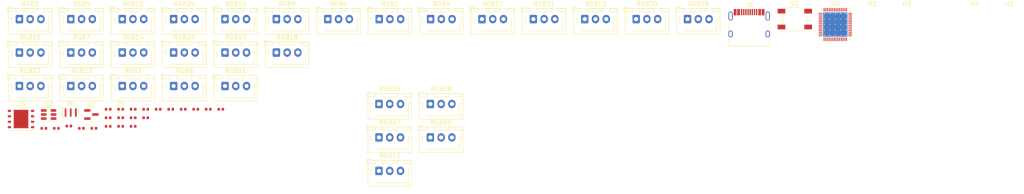
<source format=kicad_pcb>
(kicad_pcb (version 20211014) (generator pcbnew)
  (layers (0 "F.Cu" signal) (31 "B.Cu" signal) (34 "B.Paste" user) (35 "F.Paste" user) (36 "B.SilkS" user "B.Silkscreen") (37 "F.SilkS" user "F.Silkscreen") (38 "B.Mask" user) (39 "F.Mask" user) (44 "Edge.Cuts" user))
  (net 0 "")
  (net 1 "+3V3")
  (net 2 "GND")
  (net 3 "+1V1")
  (net 4 "VBUS")
  (net 5 "vUSB")
  (net 6 "Net-(J0-PadA5)")
  (net 7 "D+")
  (net 8 "D-")
  (net 10 "Net-(J0-PadB5)")
  (net 12 "DB-")
  (net 13 "DR-")
  (net 14 "DB+")
  (net 15 "DR+")
  (net 16 "CS")
  (net 17 "0")
  (net 18 "1")
  (net 19 "2")
  (net 20 "3")
  (net 21 "4")
  (net 22 "5")
  (net 23 "6")
  (net 24 "7")
  (net 25 "8")
  (net 26 "9")
  (net 27 "10")
  (net 28 "11")
  (net 29 "12")
  (net 30 "13")
  (net 31 "14")
  (net 32 "15")
  (net 33 "16")
  (net 34 "17")
  (net 35 "18")
  (net 36 "19")
  (net 37 "20")
  (net 38 "21")
  (net 39 "22")
  (net 40 "23")
  (net 41 "24")
  (net 42 "25")
  (net 43 "26{slash}A0")
  (net 44 "27{slash}A1")
  (net 45 "28{slash}A2")
  (net 46 "29{slash}A3")
  (net 47 "~{RESET}")
  (net 48 "XOUT")
  (net 49 "Net-(RX1-Pad2)")
  (net 50 "XIN")
  (net 53 "SD3")
  (net 54 "CLOCK")
  (net 55 "SD0")
  (net 56 "SD2")
  (net 57 "SD1")
  (footprint "EDI:Passive_0402_1005Metric" (layer "F.Cu") (at 17.87125 156.82)
    (fp_text reference "C5" hide)
    (fp_text value "100nF")
    (pad "1" smd roundrect (at -0.485 0) (size 0.59 0.64) (layers "F.Cu" "F.Paste" "F.Mask") (net 1 "+3V3"))
    (pad "2" smd roundrect (at 0.485 0) (size 0.59 0.64) (layers "F.Cu" "F.Paste" "F.Mask") (net 2 "GND"))
  )
  (footprint "Connector_JST:JST_XH_B3B-XH-AM_1x03_P2.50mm_Vertical" (layer "F.Cu") (at 92.79375 153.6)
    (fp_text reference "RGB28" (at 2.5 -3.55) (layer "F.SilkS"))
    (fp_text value "RGB")
    (pad "" np_thru_hole circle (at -1.6 2) (size 1.2 1.2) (drill 1.2) (layers *.Cu *.Mask))
    (pad "1" thru_hole roundrect (at 0 0) (size 1.7 1.95) (drill 0.95) (layers *.Cu *.Mask) (roundrect_rratio 0.147059) (net 4 "VBUS"))
    (pad "2" thru_hole oval (at 2.5 0) (size 1.7 1.95) (drill 0.95) (layers *.Cu *.Mask) (net 44 "27{slash}A1"))
    (pad "3" thru_hole oval (at 5 0) (size 1.7 1.95) (drill 0.95) (layers *.Cu *.Mask) (net 2 "GND"))
  )
  (footprint "EDI:Passive_0402_1005Metric" (layer "F.Cu") (at 17.87125 154.83)
    (fp_text reference "C7" hide)
    (fp_text value "100nF")
    (pad "1" smd roundrect (at -0.485 0) (size 0.59 0.64) (layers "F.Cu" "F.Paste" "F.Mask") (net 1 "+3V3"))
    (pad "2" smd roundrect (at 0.485 0) (size 0.59 0.64) (layers "F.Cu" "F.Paste" "F.Mask") (net 2 "GND"))
  )
  (footprint "EDI:Passive_0402_1005Metric" (layer "F.Cu") (at 23.69125 156.82)
    (fp_text reference "C4" hide)
    (fp_text value "100nF")
    (pad "1" smd roundrect (at -0.485 0) (size 0.59 0.64) (layers "F.Cu" "F.Paste" "F.Mask") (net 1 "+3V3"))
    (pad "2" smd roundrect (at 0.485 0) (size 0.59 0.64) (layers "F.Cu" "F.Paste" "F.Mask") (net 2 "GND"))
  )
  (footprint "EDI:Passive_0402_1005Metric" (layer "F.Cu") (at 29.51125 154.83)
    (fp_text reference "C9" hide)
    (fp_text value "100nF")
    (pad "1" smd roundrect (at -0.485 0) (size 0.59 0.64) (layers "F.Cu" "F.Paste" "F.Mask") (net 3 "+1V1"))
    (pad "2" smd roundrect (at 0.485 0) (size 0.59 0.64) (layers "F.Cu" "F.Paste" "F.Mask") (net 2 "GND"))
  )
  (footprint "EDI:Passive_0402_1005Metric" (layer "F.Cu") (at 44.06125 154.83)
    (fp_text reference "CF1" hide)
    (fp_text value "100nF")
    (pad "1" smd roundrect (at -0.485 0) (size 0.59 0.64) (layers "F.Cu" "F.Paste" "F.Mask") (net 1 "+3V3"))
    (pad "2" smd roundrect (at 0.485 0) (size 0.59 0.64) (layers "F.Cu" "F.Paste" "F.Mask") (net 2 "GND"))
  )
  (footprint "Connector_JST:JST_XH_B3B-XH-AM_1x03_P2.50mm_Vertical" (layer "F.Cu") (at 21.14125 133.81)
    (fp_text reference "RGB15" (at 2.5 -3.55) (layer "F.SilkS"))
    (fp_text value "RGB")
    (pad "" np_thru_hole circle (at -1.6 2) (size 1.2 1.2) (drill 1.2) (layers *.Cu *.Mask))
    (pad "1" thru_hole roundrect (at 0 0) (size 1.7 1.95) (drill 0.95) (layers *.Cu *.Mask) (roundrect_rratio 0.147059) (net 4 "VBUS"))
    (pad "2" thru_hole oval (at 2.5 0) (size 1.7 1.95) (drill 0.95) (layers *.Cu *.Mask) (net 31 "14"))
    (pad "3" thru_hole oval (at 5 0) (size 1.7 1.95) (drill 0.95) (layers *.Cu *.Mask) (net 2 "GND"))
  )
  (footprint "EDI:Passive_0402_1005Metric" (layer "F.Cu") (at 17.87125 158.81)
    (fp_text reference "C10" hide)
    (fp_text value "100nF")
    (pad "1" smd roundrect (at -0.485 0) (size 0.59 0.64) (layers "F.Cu" "F.Paste" "F.Mask") (net 3 "+1V1"))
    (pad "2" smd roundrect (at 0.485 0) (size 0.59 0.64) (layers "F.Cu" "F.Paste" "F.Mask") (net 2 "GND"))
  )
  (footprint "Connector_JST:JST_XH_B3B-XH-AM_1x03_P2.50mm_Vertical" (layer "F.Cu") (at 92.79375 161.4)
    (fp_text reference "RGB20" (at 2.5 -3.55) (layer "F.SilkS"))
    (fp_text value "RGB")
    (pad "" np_thru_hole circle (at -1.6 2) (size 1.2 1.2) (drill 1.2) (layers *.Cu *.Mask))
    (pad "1" thru_hole roundrect (at 0 0) (size 1.7 1.95) (drill 0.95) (layers *.Cu *.Mask) (roundrect_rratio 0.147059) (net 4 "VBUS"))
    (pad "2" thru_hole oval (at 2.5 0) (size 1.7 1.95) (drill 0.95) (layers *.Cu *.Mask) (net 36 "19"))
    (pad "3" thru_hole oval (at 5 0) (size 1.7 1.95) (drill 0.95) (layers *.Cu *.Mask) (net 2 "GND"))
  )
  (footprint "Connector_JST:JST_XH_B3B-XH-AM_1x03_P2.50mm_Vertical" (layer "F.Cu") (at -2.75875 133.81)
    (fp_text reference "RGB3" (at 2.5 -3.55) (layer "F.SilkS"))
    (fp_text value "RGB")
    (pad "" np_thru_hole circle (at -1.6 2) (size 1.2 1.2) (drill 1.2) (layers *.Cu *.Mask))
    (pad "1" thru_hole roundrect (at 0 0) (size 1.7 1.95) (drill 0.95) (layers *.Cu *.Mask) (roundrect_rratio 0.147059) (net 4 "VBUS"))
    (pad "2" thru_hole oval (at 2.5 0) (size 1.7 1.95) (drill 0.95) (layers *.Cu *.Mask) (net 19 "2"))
    (pad "3" thru_hole oval (at 5 0) (size 1.7 1.95) (drill 0.95) (layers *.Cu *.Mask) (net 2 "GND"))
  )
  (footprint "EDI:Passive_0402_1005Metric" (layer "F.Cu") (at 20.78125 158.81)
    (fp_text reference "C3" hide)
    (fp_text value "100nF")
    (pad "1" smd roundrect (at -0.485 0) (size 0.59 0.64) (layers "F.Cu" "F.Paste" "F.Mask") (net 1 "+3V3"))
    (pad "2" smd roundrect (at 0.485 0) (size 0.59 0.64) (layers "F.Cu" "F.Paste" "F.Mask") (net 2 "GND"))
  )
  (footprint "EDI:Passive_0402_1005Metric" (layer "F.Cu") (at 14.55125 159.28)
    (fp_text reference "C2" hide)
    (fp_text value "100nF")
    (pad "1" smd roundrect (at -0.485 0) (size 0.59 0.64) (layers "F.Cu" "F.Paste" "F.Mask") (net 1 "+3V3"))
    (pad "2" smd roundrect (at 0.485 0) (size 0.59 0.64) (layers "F.Cu" "F.Paste" "F.Mask") (net 2 "GND"))
  )
  (footprint "Connector_JST:JST_XH_B3B-XH-AM_1x03_P2.50mm_Vertical" (layer "F.Cu") (at 33.09125 149.41)
    (fp_text reference "RGB8" (at 2.5 -3.55) (layer "F.SilkS"))
    (fp_text value "RGB")
    (pad "" np_thru_hole circle (at -1.6 2) (size 1.2 1.2) (drill 1.2) (layers *.Cu *.Mask))
    (pad "1" thru_hole roundrect (at 0 0) (size 1.7 1.95) (drill 0.95) (layers *.Cu *.Mask) (roundrect_rratio 0.147059) (net 4 "VBUS"))
    (pad "2" thru_hole oval (at 2.5 0) (size 1.7 1.95) (drill 0.95) (layers *.Cu *.Mask) (net 24 "7"))
    (pad "3" thru_hole oval (at 5 0) (size 1.7 1.95) (drill 0.95) (layers *.Cu *.Mask) (net 2 "GND"))
  )
  (footprint "EDI:Passive_0402_1005Metric" (layer "F.Cu") (at 23.69125 154.83)
    (fp_text reference "RC1" hide)
    (fp_text value "5k1")
    (pad "1" smd roundrect (at -0.485 0) (size 0.59 0.64) (layers "F.Cu" "F.Paste" "F.Mask") (net 6 "Net-(J0-PadA5)"))
    (pad "2" smd roundrect (at 0.485 0) (size 0.59 0.64) (layers "F.Cu" "F.Paste" "F.Mask") (net 2 "GND"))
  )
  (footprint "EDI:Passive_0402_1005Metric" (layer "F.Cu") (at 23.69125 158.81)
    (fp_text reference "RX1" hide)
    (fp_text value "1k")
    (pad "1" smd roundrect (at -0.485 0) (size 0.59 0.64) (layers "F.Cu" "F.Paste" "F.Mask") (net 48 "XOUT"))
    (pad "2" smd roundrect (at 0.485 0) (size 0.59 0.64) (layers "F.Cu" "F.Paste" "F.Mask") (net 49 "Net-(RX1-Pad2)"))
  )
  (footprint "Connector_JST:JST_XH_B3B-XH-AM_1x03_P2.50mm_Vertical" (layer "F.Cu") (at 152.59125 133.81)
    (fp_text reference "RGB29" (at 2.5 -3.55) (layer "F.SilkS"))
    (fp_text value "RGB")
    (pad "" np_thru_hole circle (at -1.6 2) (size 1.2 1.2) (drill 1.2) (layers *.Cu *.Mask))
    (pad "1" thru_hole roundrect (at 0 0) (size 1.7 1.95) (drill 0.95) (layers *.Cu *.Mask) (roundrect_rratio 0.147059) (net 4 "VBUS"))
    (pad "2" thru_hole oval (at 2.5 0) (size 1.7 1.95) (drill 0.95) (layers *.Cu *.Mask) (net 45 "28{slash}A2"))
    (pad "3" thru_hole oval (at 5 0) (size 1.7 1.95) (drill 0.95) (layers *.Cu *.Mask) (net 2 "GND"))
  )
  (footprint "EDI:Passive_0402_1005Metric" (layer "F.Cu") (at 2.91125 159.28)
    (fp_text reference "C11" hide)
    (fp_text value "1uf")
    (pad "1" smd roundrect (at -0.485 0) (size 0.59 0.64) (layers "F.Cu" "F.Paste" "F.Mask") (net 3 "+1V1"))
    (pad "2" smd roundrect (at 0.485 0) (size 0.59 0.64) (layers "F.Cu" "F.Paste" "F.Mask") (net 2 "GND"))
  )
  (footprint "MountingHole:MountingHole_3.2mm_M3" (layer "F.Cu") (at 227.37125 134.41)
    (fp_text reference "H1" (at 0 -4.2) (layer "F.SilkS"))
    (fp_text value "Mount")
    (pad "" np_thru_hole circle (at 0 0) (size 3.2 3.2) (drill 3.2) (layers *.Cu *.Mask))
  )
  (footprint "Connector_JST:JST_XH_B3B-XH-AM_1x03_P2.50mm_Vertical" (layer "F.Cu") (at 80.89125 133.81)
    (fp_text reference "RGB1" (at 2.5 -3.55) (layer "F.SilkS"))
    (fp_text value "RGB")
    (pad "" np_thru_hole circle (at -1.6 2) (size 1.2 1.2) (drill 1.2) (layers *.Cu *.Mask))
    (pad "1" thru_hole roundrect (at 0 0) (size 1.7 1.95) (drill 0.95) (layers *.Cu *.Mask) (roundrect_rratio 0.147059) (net 4 "VBUS"))
    (pad "2" thru_hole oval (at 2.5 0) (size 1.7 1.95) (drill 0.95) (layers *.Cu *.Mask) (net 17 "0"))
    (pad "3" thru_hole oval (at 5 0) (size 1.7 1.95) (drill 0.95) (layers *.Cu *.Mask) (net 2 "GND"))
  )
  (footprint "EDI:Passive_0402_1005Metric" (layer "F.Cu") (at 5.82125 159.28)
    (fp_text reference "CP0" hide)
    (fp_text value "1uf")
    (pad "1" smd roundrect (at -0.485 0) (size 0.59 0.64) (layers "F.Cu" "F.Paste" "F.Mask") (net 2 "GND"))
    (pad "2" smd roundrect (at 0.485 0) (size 0.59 0.64) (layers "F.Cu" "F.Paste" "F.Mask") (net 4 "VBUS"))
  )
  (footprint "Package_TO_SOT_SMD:SOT-23-6" (layer "F.Cu") (at 4.03125 156.06)
    (fp_text reference "U2" (at 0 -2.4) (layer "F.SilkS"))
    (fp_text value "USBLC6-2SC6")
    (pad "1" smd roundrect (at -1.1375 -0.95) (size 1.325 0.6) (layers "F.Cu" "F.Paste" "F.Mask") (net 14 "DB+"))
    (pad "2" smd roundrect (at -1.1375 0) (size 1.325 0.6) (layers "F.Cu" "F.Paste" "F.Mask") (net 2 "GND"))
    (pad "3" smd roundrect (at -1.1375 0.95) (size 1.325 0.6) (layers "F.Cu" "F.Paste" "F.Mask") (net 12 "DB-"))
    (pad "4" smd roundrect (at 1.1375 0.95) (size 1.325 0.6) (layers "F.Cu" "F.Paste" "F.Mask") (net 8 "D-"))
    (pad "5" smd roundrect (at 1.1375 0) (size 1.325 0.6) (layers "F.Cu" "F.Paste" "F.Mask") (net 4 "VBUS"))
    (pad "6" smd roundrect (at 1.1375 -0.95) (size 1.325 0.6) (layers "F.Cu" "F.Paste" "F.Mask") (net 7 "D+"))
  )
  (footprint "Connector_JST:JST_XH_B3B-XH-AM_1x03_P2.50mm_Vertical" (layer "F.Cu") (at 140.64125 133.81)
    (fp_text reference "RGB30" (at 2.5 -3.55) (layer "F.SilkS"))
    (fp_text value "RGB")
    (pad "" np_thru_hole circle (at -1.6 2) (size 1.2 1.2) (drill 1.2) (layers *.Cu *.Mask))
    (pad "1" thru_hole roundrect (at 0 0) (size 1.7 1.95) (drill 0.95) (layers *.Cu *.Mask) (roundrect_rratio 0.147059) (net 4 "VBUS"))
    (pad "2" thru_hole oval (at 2.5 0) (size 1.7 1.95) (drill 0.95) (layers *.Cu *.Mask) (net 46 "29{slash}A3"))
    (pad "3" thru_hole oval (at 5 0) (size 1.7 1.95) (drill 0.95) (layers *.Cu *.Mask) (net 2 "GND"))
  )
  (footprint "EDI:Passive_0402_1005Metric" (layer "F.Cu") (at 26.60125 156.82)
    (fp_text reference "RF2" hide)
    (fp_text value "1k")
    (pad "1" smd roundrect (at -0.485 0) (size 0.59 0.64) (layers "F.Cu" "F.Paste" "F.Mask") (net 1 "+3V3"))
    (pad "2" smd roundrect (at 0.485 0) (size 0.59 0.64) (layers "F.Cu" "F.Paste" "F.Mask") (net 16 "CS"))
  )
  (footprint "Connector_JST:JST_XH_B3B-XH-AM_1x03_P2.50mm_Vertical" (layer "F.Cu") (at 68.94125 133.81)
    (fp_text reference "RGB6" (at 2.5 -3.55) (layer "F.SilkS"))
    (fp_text value "RGB")
    (pad "" np_thru_hole circle (at -1.6 2) (size 1.2 1.2) (drill 1.2) (layers *.Cu *.Mask))
    (pad "1" thru_hole roundrect (at 0 0) (size 1.7 1.95) (drill 0.95) (layers *.Cu *.Mask) (roundrect_rratio 0.147059) (net 4 "VBUS"))
    (pad "2" thru_hole oval (at 2.5 0) (size 1.7 1.95) (drill 0.95) (layers *.Cu *.Mask) (net 22 "5"))
    (pad "3" thru_hole oval (at 5 0) (size 1.7 1.95) (drill 0.95) (layers *.Cu *.Mask) (net 2 "GND"))
  )
  (footprint "Connector_JST:JST_XH_B3B-XH-AM_1x03_P2.50mm_Vertical" (layer "F.Cu") (at 80.84375 161.4)
    (fp_text reference "RGB27" (at 2.5 -3.55) (layer "F.SilkS"))
    (fp_text value "RGB")
    (pad "" np_thru_hole circle (at -1.6 2) (size 1.2 1.2) (drill 1.2) (layers *.Cu *.Mask))
    (pad "1" thru_hole roundrect (at 0 0) (size 1.7 1.95) (drill 0.95) (layers *.Cu *.Mask) (roundrect_rratio 0.147059) (net 4 "VBUS"))
    (pad "2" thru_hole oval (at 2.5 0) (size 1.7 1.95) (drill 0.95) (layers *.Cu *.Mask) (net 43 "26{slash}A0"))
    (pad "3" thru_hole oval (at 5 0) (size 1.7 1.95) (drill 0.95) (layers *.Cu *.Mask) (net 2 "GND"))
  )
  (footprint "Connector_JST:JST_XH_B3B-XH-AM_1x03_P2.50mm_Vertical" (layer "F.Cu") (at 80.84375 169.2)
    (fp_text reference "RGB12" (at 2.5 -3.55) (layer "F.SilkS"))
    (fp_text value "RGB")
    (pad "" np_thru_hole circle (at -1.6 2) (size 1.2 1.2) (drill 1.2) (layers *.Cu *.Mask))
    (pad "1" thru_hole roundrect (at 0 0) (size 1.7 1.95) (drill 0.95) (layers *.Cu *.Mask) (roundrect_rratio 0.147059) (net 4 "VBUS"))
    (pad "2" thru_hole oval (at 2.5 0) (size 1.7 1.95) (drill 0.95) (layers *.Cu *.Mask) (net 28 "11"))
    (pad "3" thru_hole oval (at 5 0) (size 1.7 1.95) (drill 0.95) (layers *.Cu *.Mask) (net 2 "GND"))
  )
  (footprint "Connector_JST:JST_XH_B3B-XH-AM_1x03_P2.50mm_Vertical" (layer "F.Cu") (at 9.19125 141.61)
    (fp_text reference "RGB7" (at 2.5 -3.55) (layer "F.SilkS"))
    (fp_text value "RGB")
    (pad "" np_thru_hole circle (at -1.6 2) (size 1.2 1.2) (drill 1.2) (layers *.Cu *.Mask))
    (pad "1" thru_hole roundrect (at 0 0) (size 1.7 1.95) (drill 0.95) (layers *.Cu *.Mask) (roundrect_rratio 0.147059) (net 4 "VBUS"))
    (pad "2" thru_hole oval (at 2.5 0) (size 1.7 1.95) (drill 0.95) (layers *.Cu *.Mask) (net 23 "6"))
    (pad "3" thru_hole oval (at 5 0) (size 1.7 1.95) (drill 0.95) (layers *.Cu *.Mask) (net 2 "GND"))
  )
  (footprint "Connector_JST:JST_XH_B3B-XH-AM_1x03_P2.50mm_Vertical" (layer "F.Cu") (at 9.19125 149.41)
    (fp_text reference "RGB23" (at 2.5 -3.55) (layer "F.SilkS"))
    (fp_text value "RGB")
    (pad "" np_thru_hole circle (at -1.6 2) (size 1.2 1.2) (drill 1.2) (layers *.Cu *.Mask))
    (pad "1" thru_hole roundrect (at 0 0) (size 1.7 1.95) (drill 0.95) (layers *.Cu *.Mask) (roundrect_rratio 0.147059) (net 4 "VBUS"))
    (pad "2" thru_hole oval (at 2.5 0) (size 1.7 1.95) (drill 0.95) (layers *.Cu *.Mask) (net 39 "22"))
    (pad "3" thru_hole oval (at 5 0) (size 1.7 1.95) (drill 0.95) (layers *.Cu *.Mask) (net 2 "GND"))
  )
  (footprint "MountingHole:MountingHole_3.2mm_M3" (layer "F.Cu") (at 219.42125 134.41)
    (fp_text reference "H4" (at 0 -4.2) (layer "F.SilkS"))
    (fp_text value "Mount")
    (pad "" np_thru_hole circle (at 0 0) (size 3.2 3.2) (drill 3.2) (layers *.Cu *.Mask))
  )
  (footprint "EDI:Passive_0402_1005Metric" (layer "F.Cu") (at 11.64125 159.28)
    (fp_text reference "RR1" hide)
    (fp_text value "1k")
    (pad "1" smd roundrect (at -0.485 0) (size 0.59 0.64) (layers "F.Cu" "F.Paste" "F.Mask") (net 1 "+3V3"))
    (pad "2" smd roundrect (at 0.485 0) (size 0.59 0.64) (layers "F.Cu" "F.Paste" "F.Mask") (net 47 "~{RESET}"))
  )
  (footprint "Connector_JST:JST_XH_B3B-XH-AM_1x03_P2.50mm_Vertical" (layer "F.Cu") (at 9.19125 133.81)
    (fp_text reference "RGB5" (at 2.5 -3.55) (layer "F.SilkS"))
    (fp_text value "RGB")
    (pad "" np_thru_hole circle (at -1.6 2) (size 1.2 1.2) (drill 1.2) (layers *.Cu *.Mask))
    (pad "1" thru_hole roundrect (at 0 0) (size 1.7 1.95) (drill 0.95) (layers *.Cu *.Mask) (roundrect_rratio 0.147059) (net 4 "VBUS"))
    (pad "2" thru_hole oval (at 2.5 0) (size 1.7 1.95) (drill 0.95) (layers *.Cu *.Mask) (net 21 "4"))
    (pad "3" thru_hole oval (at 5 0) (size 1.7 1.95) (drill 0.95) (layers *.Cu *.Mask) (net 2 "GND"))
  )
  (footprint "EDI:Passive_0402_1005Metric" (layer "F.Cu") (at 8.73125 158.75)
    (fp_text reference "C1" hide)
    (fp_text value "1uf")
    (pad "1" smd roundrect (at -0.485 0) (size 0.59 0.64) (layers "F.Cu" "F.Paste" "F.Mask") (net 1 "+3V3"))
    (pad "2" smd roundrect (at 0.485 0) (size 0.59 0.64) (layers "F.Cu" "F.Paste" "F.Mask") (net 2 "GND"))
  )
  (footprint "Connector_JST:JST_XH_B3B-XH-AM_1x03_P2.50mm_Vertical" (layer "F.Cu") (at 21.14125 149.41)
    (fp_text reference "RGB2" (at 2.5 -3.55) (layer "F.SilkS"))
    (fp_text value "RGB")
    (pad "" np_thru_hole circle (at -1.6 2) (size 1.2 1.2) (drill 1.2) (layers *.Cu *.Mask))
    (pad "1" thru_hole roundrect (at 0 0) (size 1.7 1.95) (drill 0.95) (layers *.Cu *.Mask) (roundrect_rratio 0.147059) (net 4 "VBUS"))
    (pad "2" thru_hole oval (at 2.5 0) (size 1.7 1.95) (drill 0.95) (layers *.Cu *.Mask) (net 18 "1"))
    (pad "3" thru_hole oval (at 5 0) (size 1.7 1.95) (drill 0.95) (layers *.Cu *.Mask) (net 2 "GND"))
  )
  (footprint "Connector_JST:JST_XH_B3B-XH-AM_1x03_P2.50mm_Vertical" (layer "F.Cu") (at 45.04125 141.61)
    (fp_text reference "RGB19" (at 2.5 -3.55) (layer "F.SilkS"))
    (fp_text value "RGB")
    (pad "" np_thru_hole circle (at -1.6 2) (size 1.2 1.2) (drill 1.2) (layers *.Cu *.Mask))
    (pad "1" thru_hole roundrect (at 0 0) (size 1.7 1.95) (drill 0.95) (layers *.Cu *.Mask) (roundrect_rratio 0.147059) (net 4 "VBUS"))
    (pad "2" thru_hole oval (at 2.5 0) (size 1.7 1.95) (drill 0.95) (layers *.Cu *.Mask) (net 35 "18"))
    (pad "3" thru_hole oval (at 5 0) (size 1.7 1.95) (drill 0.95) (layers *.Cu *.Mask) (net 2 "GND"))
  )
  (footprint "Connector_JST:JST_XH_B3B-XH-AM_1x03_P2.50mm_Vertical" (layer "F.Cu") (at 104.79125 133.81)
    (fp_text reference "RGB17" (at 2.5 -3.55) (layer "F.SilkS"))
    (fp_text value "RGB")
    (pad "" np_thru_hole circle (at -1.6 2) (size 1.2 1.2) (drill 1.2) (layers *.Cu *.Mask))
    (pad "1" thru_hole roundrect (at 0 0) (size 1.7 1.95) (drill 0.95) (layers *.Cu *.Mask) (roundrect_rratio 0.147059) (net 4 "VBUS"))
    (pad "2" thru_hole oval (at 2.5 0) (size 1.7 1.95) (drill 0.95) (layers *.Cu *.Mask) (net 33 "16"))
    (pad "3" thru_hole oval (at 5 0) (size 1.7 1.95) (drill 0.95) (layers *.Cu *.Mask) (net 2 "GND"))
  )
  (footprint "EDI:Passive_0402_1005Metric" (layer "F.Cu") (at 32.42125 154.83)
    (fp_text reference "RD0" hide)
    (fp_text value "27.4")
    (pad "1" smd roundrect (at -0.485 0) (size 0.59 0.64) (layers "F.Cu" "F.Paste" "F.Mask") (net 12 "DB-"))
    (pad "2" smd roundrect (at 0.485 0) (size 0.59 0.64) (layers "F.Cu" "F.Paste" "F.Mask") (net 13 "DR-"))
  )
  (footprint "Connector_JST:JST_XH_B3B-XH-AM_1x03_P2.50mm_Vertical" (layer "F.Cu") (at 92.84125 133.81)
    (fp_text reference "RGB4" (at 2.5 -3.55) (layer "F.SilkS"))
    (fp_text value "RGB")
    (pad "" np_thru_hole circle (at -1.6 2) (size 1.2 1.2) (drill 1.2) (layers *.Cu *.Mask))
    (pad "1" thru_hole roundrect (at 0 0) (size 1.7 1.95) (drill 0.95) (layers *.Cu *.Mask) (roundrect_rratio 0.147059) (net 4 "VBUS"))
    (pad "2" thru_hole oval (at 2.5 0) (size 1.7 1.95) (drill 0.95) (layers *.Cu *.Mask) (net 20 "3"))
    (pad "3" thru_hole oval (at 5 0) (size 1.7 1.95) (drill 0.95) (layers *.Cu *.Mask) (net 2 "GND"))
  )
  (footprint "Connector_USB:USB_C_Receptacle_HRO_TYPE-C-31-M-12" (layer "F.Cu") (at 166.91125 136.23)
    (fp_text reference "J0" (at 0 -5.645) (layer "F.SilkS"))
    (fp_text value "USB")
    (pad "" np_thru_hole circle (at 2.89 -2.6) (size 0.65 0.65) (drill 0.65) (layers *.Cu *.Mask))
    (pad "" np_thru_hole circle (at -2.89 -2.6) (size 0.65 0.65) (drill 0.65) (layers *.Cu *.Mask))
    (pad "A1" smd rect (at -3.25 -4.045) (size 0.6 1.45) (layers "F.Cu" "F.Paste" "F.Mask") (net 2 "GND"))
    (pad "A4" smd rect (at -2.45 -4.045) (size 0.6 1.45) (layers "F.Cu" "F.Paste" "F.Mask") (net 5 "vUSB"))
    (pad "A5" smd rect (at -1.25 -4.045) (size 0.3 1.45) (layers "F.Cu" "F.Paste" "F.Mask") (net 6 "Net-(J0-PadA5)"))
    (pad "A6" smd rect (at -0.25 -4.045) (size 0.3 1.45) (layers "F.Cu" "F.Paste" "F.Mask") (net 7 "D+"))
    (pad "A7" smd rect (at 0.25 -4.045) (size 0.3 1.45) (layers "F.Cu" "F.Paste" "F.Mask") (net 8 "D-"))
    (pad "A8" smd rect (at 1.25 -4.045) (size 0.3 1.45) (layers "F.Cu" "F.Paste" "F.Mask"))
    (pad "A9" smd rect (at 2.45 -4.045) (size 0.6 1.45) (layers "F.Cu" "F.Paste" "F.Mask") (net 5 "vUSB"))
    (pad "A12" smd rect (at 3.25 -4.045) (size 0.6 1.45) (layers "F.Cu" "F.Paste" "F.Mask") (net 2 "GND"))
    (pad "B1" smd rect (at 3.25 -4.045) (size 0.6 1.45) (layers "F.Cu" "F.Paste" "F.Mask") (net 2 "GND"))
    (pad "B4" smd rect (at 2.45 -4.045) (size 0.6 1.45) (layers "F.Cu" "F.Paste" "F.Mask") (net 5 "vUSB"))
    (pad "B5" smd rect (at 1.75 -4.045) (size 0.3 1.45) (layers "F.Cu" "F.Paste" "F.Mask") (net 10 "Net-(J0-PadB5)"))
    (pad "B6" smd rect (at 0.75 -4.045) (size 0.3 1.45) (layers "F.Cu" "F.Paste" "F.Mask") (net 7 "D+"))
    (pad "B7" smd rect (at -0.75 -4.045) (size 0.3 1.45) (layers "F.Cu" "F.Paste" "F.Mask") (net 8 "D-"))
    (pad "B8" smd rect (at -1.75 -4.045) (size 0.3 1.45) (layers "F.Cu" "F.Paste" "F.Mask"))
    (pad "B9" smd rect (at -2.45 -4.045) (size 0.6 1.45) (layers "F.Cu" "F.Paste" "F.Mask") (net 5 "vUSB"))
    (pad "B12" smd rect (at -3.25 -4.045) (size 0.6 1.45) (layers "F.Cu" "F.Paste" "F.Mask") (net 2 "GND"))
    (pad "S1" thru_hole oval (at -4.32 1.05) (size 1 1.6) (drill oval 0.6 1.2) (layers *.Cu *.Mask) (net 2 "GND"))
    (pad "S1" thru_hole oval (at 4.32 -3.13) (size 1 2.1) (drill oval 0.6 1.7) (layers *.Cu *.Mask) (net 2 "GND"))
    (pad "S1" thru_hole oval (at 4.32 1.05) (size 1 1.6) (drill oval 0.6 1.2) (layers *.Cu *.Mask) (net 2 "GND"))
    (pad "S1" thru_hole oval (at -4.32 -3.13) (size 1 2.1) (drill oval 0.6 1.7) (layers *.Cu *.Mask) (net 2 "GND"))
  )
  (footprint "Connector_JST:JST_XH_B3B-XH-AM_1x03_P2.50mm_Vertical" (layer "F.Cu") (at 33.09125 141.61)
    (fp_text reference "RGB24" (at 2.5 -3.55) (layer "F.SilkS"))
    (fp_text value "RGB")
    (pad "" np_thru_hole circle (at -1.6 2) (size 1.2 1.2) (drill 1.2) (layers *.Cu *.Mask))
    (pad "1" thru_hole roundrect (at 0 0) (size 1.7 1.95) (drill 0.95) (layers *.Cu *.Mask) (roundrect_rratio 0.147059) (net 4 "VBUS"))
    (pad "2" thru_hole oval (at 2.5 0) (size 1.7 1.95) (drill 0.95) (layers *.Cu *.Mask) (net 40 "23"))
    (pad "3" thru_hole oval (at 5 0) (size 1.7 1.95) (drill 0.95) (layers *.Cu *.Mask) (net 2 "GND"))
  )
  (footprint "Connector_JST:JST_XH_B3B-XH-AM_1x03_P2.50mm_Vertical" (layer "F.Cu") (at -2.75875 149.41)
    (fp_text reference "RGB22" (at 2.5 -3.55) (layer "F.SilkS"))
    (fp_text value "RGB")
    (pad "" np_thru_hole circle (at -1.6 2) (size 1.2 1.2) (drill 1.2) (layers *.Cu *.Mask))
    (pad "1" thru_hole roundrect (at 0 0) (size 1.7 1.95) (drill 0.95) (layers *.Cu *.Mask) (roundrect_rratio 0.147059) (net 4 "VBUS"))
    (pad "2" thru_hole oval (at 2.5 0) (size 1.7 1.95) (drill 0.95) (layers *.Cu *.Mask) (net 38 "21"))
    (pad "3" thru_hole oval (at 5 0) (size 1.7 1.95) (drill 0.95) (layers *.Cu *.Mask) (net 2 "GND"))
  )
  (footprint "Connector_JST:JST_XH_B3B-XH-AM_1x03_P2.50mm_Vertical" (layer "F.Cu") (at 21.14125 141.61)
    (fp_text reference "RGB14" (at 2.5 -3.55) (layer "F.SilkS"))
    (fp_text value "RGB")
    (pad "" np_thru_hole circle (at -1.6 2) (size 1.2 1.2) (drill 1.2) (layers *.Cu *.Mask))
    (pad "1" thru_hole roundrect (at 0 0) (size 1.7 1.95) (drill 0.95) (layers *.Cu *.Mask) (roundrect_rratio 0.147059) (net 4 "VBUS"))
    (pad "2" thru_hole oval (at 2.5 0) (size 1.7 1.95) (drill 0.95) (layers *.Cu *.Mask) (net 30 "13"))
    (pad "3" thru_hole oval (at 5 0) (size 1.7 1.95) (drill 0.95) (layers *.Cu *.Mask) (net 2 "GND"))
  )
  (footprint "Connector_JST:JST_XH_B3B-XH-AM_1x03_P2.50mm_Vertical" (layer "F.Cu") (at -2.75875 141.61)
    (fp_text reference "RGB16" (at 2.5 -3.55) (layer "F.SilkS"))
    (fp_text value "RGB")
    (pad "" np_thru_hole circle (at -1.6 2) (size 1.2 1.2) (drill 1.2) (layers *.Cu *.Mask))
    (pad "1" thru_hole roundrect (at 0 0) (size 1.7 1.95) (drill 0.95) (layers *.Cu *.Mask) (roundrect_rratio 0.147059) (net 4 "VBUS"))
    (pad "2" thru_hole oval (at 2.5 0) (size 1.7 1.95) (drill 0.95) (layers *.Cu *.Mask) (net 32 "15"))
    (pad "3" thru_hole oval (at 5 0) (size 1.7 1.95) (drill 0.95) (layers *.Cu *.Mask) (net 2 "GND"))
  )
  (footprint "Package_DFN_QFN:QFN-56-1EP_7x7mm_P0.4mm_EP5.6x5.6mm_ThermalVias" (layer "F.Cu") (at 186.95125 135.08)
    (fp_text reference "U0" (at 0 -4.82) (layer "F.SilkS"))
    (fp_text value "RP2040")
    (pad "1" smd roundrect (at -3.4375 -2.6) (size 0.875 0.2) (layers "F.Cu" "F.Paste" "F.Mask") (net 1 "+3V3"))
    (pad "2" smd roundrect (at -3.4375 -2.2) (size 0.875 0.2) (layers "F.Cu" "F.Paste" "F.Mask") (net 17 "0"))
    (pad "3" smd roundrect (at -3.4375 -1.8) (size 0.875 0.2) (layers "F.Cu" "F.Paste" "F.Mask") (net 18 "1"))
    (pad "4" smd roundrect (at -3.4375 -1.4) (size 0.875 0.2) (layers "F.Cu" "F.Paste" "F.Mask") (net 19 "2"))
    (pad "5" smd roundrect (at -3.4375 -1) (size 0.875 0.2) (layers "F.Cu" "F.Paste" "F.Mask") (net 20 "3"))
    (pad "6" smd roundrect (at -3.4375 -0.6) (size 0.875 0.2) (layers "F.Cu" "F.Paste" "F.Mask") (net 21 "4"))
    (pad "7" smd roundrect (at -3.4375 -0.2) (size 0.875 0.2) (layers "F.Cu" "F.Paste" "F.Mask") (net 22 "5"))
    (pad "8" smd roundrect (at -3.4375 0.2) (size 0.875 0.2) (layers "F.Cu" "F.Paste" "F.Mask") (net 23 "6"))
    (pad "9" smd roundrect (at -3.4375 0.6) (size 0.875 0.2) (layers "F.Cu" "F.Paste" "F.Mask") (net 24 "7"))
    (pad "10" smd roundrect (at -3.4375 1) (size 0.875 0.2) (layers "F.Cu" "F.Paste" "F.Mask") (net 1 "+3V3"))
    (pad "11" smd roundrect (at -3.4375 1.4) (size 0.875 0.2) (layers "F.Cu" "F.Paste" "F.Mask") (net 25 "8"))
    (pad "12" smd roundrect (at -3.4375 1.8) (size 0.875 0.2) (layers "F.Cu" "F.Paste" "F.Mask") (net 26 "9"))
    (pad "13" smd roundrect (at -3.4375 2.2) (size 0.875 0.2) (layers "F.Cu" "F.Paste" "F.Mask") (net 27 "10"))
    (pad "14" smd roundrect (at -3.4375 2.6) (size 0.875 0.2) (layers "F.Cu" "F.Paste" "F.Mask") (net 28 "11"))
    (pad "15" smd roundrect (at -2.6 3.4375) (size 0.2 0.875) (layers "F.Cu" "F.Paste" "F.Mask") (net 29 "12"))
    (pad "16" smd roundrect (at -2.2 3.4375) (size 0.2 0.875) (layers "F.Cu" "F.Paste" "F.Mask") (net 30 "13"))
    (pad "17" smd roundrect (at -1.8 3.4375) (size 0.2 0.875) (layers "F.Cu" "F.Paste" "F.Mask") (net 31 "14"))
    (pad "18" smd roundrect (at -1.4 3.4375) (size 0.2 0.875) (layers "F.Cu" "F.Paste" "F.Mask") (net 32 "15"))
    (pad "19" smd roundrect (at -1 3.4375) (size 0.2 0.875) (layers "F.Cu" "F.Paste" "F.Mask") (net 2 "GND"))
    (pad "20" smd roundrect (at -0.6 3.4375) (size 0.2 0.875) (layers "F.Cu" "F.Paste" "F.Mask") (net 50 "XIN"))
    (pad "21" smd roundrect (at -0.2 3.4375) (size 0.2 0.875) (layers "F.Cu" "F.Paste" "F.Mask") (net 48 "XOUT"))
    (pad "22" smd roundrect (at 0.2 3.4375) (size 0.2 0.875) (layers "F.Cu" "F.Paste" "F.Mask") (net 1 "+3V3"))
    (pad "23" smd roundrect (at 0.6 3.4375) (size 0.2 0.875) (layers "F.Cu" "F.Paste" "F.Mask") (net 3 "+1V1"))
    (pad "24" smd roundrect (at 1 3.4375) (size 0.2 0.875) (layers "F.Cu" "F.Paste" "F.Mask"))
    (pad "25" smd roundrect (at 1.4 3.4375) (size 0.2 0.875) (layers "F.Cu" "F.Paste" "F.Mask"))
    (pad "26" smd roundrect (at 1.8 3.4375) (size 0.2 0.875) (layers "F.Cu" "F.Paste" "F.Mask") (net 47 "~{RESET}"))
    (pad "27" smd roundrect (at 2.2 3.4375) (size 0.2 0.875) (layers "F.Cu" "F.Paste" "F.Mask") (net 33 "16"))
    (pad "28" smd roundrect (at 2.6 3.4375) (size 0.2 0.875) (layers "F.Cu" "F.Paste" "F.Mask") (net 34 "17"))
    (pad "29" smd roundrect (at 3.4375 2.6) (size 0.875 0.2) (layers "F.Cu" "F.Paste" "F.Mask") (net 35 "18"))
    (pad "30" smd roundrect (at 3.4375 2.2) (size 0.875 0.2) (layers "F.Cu" "F.Paste" "F.Mask") (net 36 "19"))
    (pad "31" smd roundrect (at 3.4375 1.8) (size 0.875 0.2) (layers "F.Cu" "F.Paste" "F.Mask") (net 37 "20"))
    (pad "32" smd roundrect (at 3.4375 1.4) (size 0.875 0.2) (layers "F.Cu" "F.Paste" "F.Mask") (net 38 "21"))
    (pad "33" smd roundrect (at 3.4375 1) (size 0.875 0.2) (layers "F.Cu" "F.Paste" "F.Mask") (net 1 "+3V3"))
    (pad "34" smd roundrect (at 3.4375 0.6) (size 0.875 0.2) (layers "F.Cu" "F.Paste" "F.Mask") (net 39 "22"))
    (pad "35" smd roundrect (at 3.4375 0.2) (size 0.875 0.2) (layers "F.Cu" "F.Paste" "F.Mask") (net 40 "23"))
    (pad "36" smd roundrect (at 3.4375 -0.2) (size 0.875 0.2) (layers "F.Cu" "F.Paste" "F.Mask") (net 41 "24"))
    (pad "37" smd roundrect (at 3.4375 -0.6) (size 0.875 0.2) (layers "F.Cu" "F.Paste" "F.Mask") (net 42 "25"))
    (pad "38" smd roundrect (at 3.4375 -1) (size 0.875 0.2) (layers "F.Cu" "F.Paste" "F.Mask") (net 43 "26{slash}A0"))
    (pad "39" smd roundrect (at 3.4375 -1.4) (size 0.875 0.2) (layers "F.Cu" "F.Paste" "F.Mask") (net 44 "27{slash}A1"))
    (pad "40" smd roundrect (at 3.4375 -1.8) (size 0.875 0.2) (layers "F.Cu" "F.Paste" "F.Mask") (net 45 "28{slash}A2"))
    (pad "41" smd roundrect (at 3.4375 -2.2) (size 0.875 0.2) (layers "F.Cu" "F.Paste" "F.Mask") (net 46 "29{slash}A3"))
    (pad "42" smd roundrect (at 3.4375 -2.6) (size 0.875 0.2) (layers "F.Cu" "F.Paste" "F.Mask") (net 1 "+3V3"))
    (pad "43" smd roundrect (at 2.6 -3.4375) (size 0.2 0.875) (layers "F.Cu" "F.Paste" "F.Mask") (net 1 "+3V3"))
    (pad "44" smd roundrect (at 2.2 -3.4375) (size 0.2 0.875) (layers "F.Cu" "F.Paste" "F.Mask") (net 1 "+3V3"))
    (pad "45" smd roundrect (at 1.8 -3.4375) (size 0.2 0.875) (layers "F.Cu" "F.Paste" "F.Mask") (net 3 "+1V1"))
    (pad "46" smd roundrect (at 1.4 -3.4375) (size 0.2 0.875) (layers "F.Cu" "F.Paste" "F.Mask") (net 13 "DR-"))
    (pad "47" smd roundrect (at 1 -3.4375) (size 0.2 0.875) (layers "F.Cu" "F.Paste" "F.Mask") (net 15 "DR+"))
    (pad "48" smd roundrect (at 0.6 -3.4375) (size 0.2 0.875) (layers "F.Cu" "F.Paste" "F.Mask") (net 1 "+3V3"))
    (pad "49" smd roundrect (at 0.2 -3.4375) (size 0.2 0.875) (layers "F.Cu" "F.Paste" "F.Mask") (net 1 "+3V3"))
    (pad "50" smd roundrect (at -0.2 -3.4375) (size 0.2 0.875) (layers "F.Cu" "F.Paste" "F.Mask") (net 3 "+1V1"))
    (pad "51" smd roundrect (at -0.6 -3.4375) (size 0.2 0.875) (layers "F.Cu" "F.Paste" "F.Mask") (net 53 "SD3"))
    (pad "52" smd roundrect (at -1 -3.4375) (size 0.2 0.875) (layers "F.Cu" "F.Paste" "F.Mask") (net 54 "CLOCK"))
    (pad "53" smd roundrect (at -1.4 -3.4375) (size 0.2 0.875) (layers "F.Cu" "F.Paste" "F.Mask") (net 55 "SD0"))
    (pad "54" smd roundrect (at -1.8 -3.4375) (size 0.2 0.875) (layers "F.Cu" "F.Paste" "F.Mask") (net 56 "SD2"))
    (pad "55" smd roundrect (at -2.2 -3.4375) (size 0.2 0.875) (layers "F.Cu" "F.Paste" "F.Mask") (net 57 "SD1"))
    (pad "56" smd roundrect (at -2.6 -3.4375) (size 0.2 0.875) (layers "F.Cu" "F.Paste" "F.Mask") (net 16 "CS"))
    (pad "57" thru_hole circle (at -2.55 0) (size 0.5 0.5) (drill 0.2) (layers *.Cu) (net 2 "GND"))
    (pad "57" thru_hole circle (at 1.275 1.275) (size 0.5 0.5) (drill 0.2) (layers *.Cu) (net 2 "GND"))
    (pad "57" thru_hole circle (at -2.55 -1.275) (size 0.5 0.5) (drill 0.2) (layers *.Cu) (net 2 "GND"))
    (pad "57" thru_hole circle (at -2.55 -2.55) (size 0.5 0.5) (drill 0.2) (layers *.Cu) (net 2 "GND"))
    (pad "57" thru_hole circle (at -1.275 1.275) (size 0.5 0.5) (drill 0.2) (layers *.Cu) (net 2 "GND"))
    (pad "57" thru_hole circle (at 2.55 -1.275) (size 0.5 0.5) (drill 0.2) (layers *.Cu) (net 2 "GND"))
    (pad "57" thru_hole circle (at -1.275 -2.55) (size 0.5 0.5) (drill 0.2) (layers *.Cu) (net 2 "GND"))
    (pad "57" thru_hole circle (at 1.275 -1.275) (size 0.5 0.5) (drill 0.2) (layers *.Cu) (net 2 "GND"))
    (pad "57" thru_hole circle (at 2.55 2.55) (size 0.5 0.5) (drill 0.2) (layers *.Cu) (net 2 "GND"))
    (pad "57" thru_hole circle (at 2.55 -2.55) (size 0.5 0.5) (drill 0.2) (layers *.Cu) (net 2 "GND"))
    (pad "57" smd rect (at 0 0) (size 5.6 5.6) (layers "F.Cu" "F.Mask") (net 2 "GND"))
    (pad "57" thru_hole circle (at 0 -2.55) (size 0.5 0.5) (drill 0.2) (layers *.Cu) (net 2 "GND"))
    (pad "57" thru_hole circle (at -2.55 1.275) (size 0.5 0.5) (drill 0.2) (layers *.Cu) (net 2 "GND"))
    (pad "57" thru_hole circle (at -1.275 2.55) (size 0.5 0.5) (drill 0.2) (layers *.Cu) (net 2 "GND"))
    (pad "57" thru_hole circle (at 1.275 2.55) (size 0.5 0.5) (drill 0.2) (layers *.Cu) (net 2 "GND"))
    (pad "57" thru_hole circle (at 1.275 -2.55) (size 0.5 0.5) (drill 0.2) (layers *.Cu) (net 2 "GND"))
    (pad "57" thru_hole circle (at 2.55 0) (size 0.5 0.5) (drill 0.2) (layers *.Cu) (net 2 "GND"))
    (pad "57" thru_hole circle (at 1.275 0) (size 0.5 0.5) (drill 0.2) (layers *.Cu) (net 2 "GND"))
    (pad "57" thru_hole circle (at -1.275 0) (size 0.5 0.5) (drill 0.2) (layers *.Cu) (net 2 "GND"))
    (pad "57" thru_hole circle (at -1.275 -1.275) (size 0.5 0.5) (drill 0.2) (layers *.Cu) (net 2 "GND"))
    (pad "57" thru_hole circle (at 0 -1.275) (size 0.5 0.5) (drill 0.2) (layers *.Cu) (net 2 "GND"))
    (pad "57" smd rect (at 0 0) (size 5.6 5.6) (layers "B.Cu") (net 2 "GND"))
    (pad "57" thru_hole circle (at 0 1.275) (size 0.5 0.5) (drill 0.2) (layers *.Cu) (net 2 "GND"))
    (pad "57" thru_hole circle (at 0 0) (size 0.5 0.5) (drill 0.2) (layers *.Cu) (net 2 "GND"))
    (pad "57" thru_hole circle (at 2.55 1.275) (size 0.5 0.5) (drill 0.2) (layers *.Cu) (net 2 "GND"))
    (pad "57" thru_hole circle (at -2.55 2.55) (size 0.5 0.5) (drill 0.2) (layers *.Cu) (net 2 "GND"))
    (pad "57" thru_hole circle (at 0 2.55) (size 0.5 0.5) (drill 0.2) (layers *.Cu) (net 2 "GND"))
  )
  (footprint "EDI:Passive_0402_1005Metric" (layer "F.Cu") (at 20.78125 156.82)
    (fp_text reference "CP1" hide)
    (fp_text value "1uf")
    (pad "1" smd roundrect (at -0.485 0) (size 0.59 0.64) (layers "F.Cu" "F.Paste" "F.Mask") (net 1 "+3V3"))
    (pad "2" smd roundrect (at 0.485 0) (size 0.59 0.64) (layers "F.Cu" "F.Paste" "F.Mask") (net 2 "GND"))
  )
  (footprint "Connector_JST:JST_XH_B3B-XH-AM_1x03_P2.50mm_Vertical" (layer "F.Cu") (at 80.84375 153.6)
    (fp_text reference "RGB26" (at 2.5 -3.55) (layer "F.SilkS"))
    (fp_text value "RGB")
    (pad "" np_thru_hole circle (at -1.6 2) (size 1.2 1.2) (drill 1.2) (layers *.Cu *.Mask))
    (pad "1" thru_hole roundrect (at 0 0) (size 1.7 1.95) (drill 0.95) (layers *.Cu *.Mask) (roundrect_rratio 0.147059) (net 4 "VBUS"))
    (pad "2" thru_hole oval (at 2.5 0) (size 1.7 1.95) (drill 0.95) (layers *.Cu *.Mask) (net 42 "25"))
    (pad "3" thru_hole oval (at 5 0) (size 1.7 1.95) (drill 0.95) (layers *.Cu *.Mask) (net 2 "GND"))
  )
  (footprint "Package_SON:WSON-8-1EP_6x5mm_P1.27mm_EP3.4x4.3mm" (layer "F.Cu") (at -2.38875 157.11)
    (fp_text reference "U3" (at 0 -3.45) (layer "F.SilkS"))
    (fp_text value "W25Q128JVS")
    (pad "1" smd roundrect (at -2.7 -1.905) (size 0.75 0.5) (layers "F.Cu" "F.Paste" "F.Mask") (net 16 "CS"))
    (pad "2" smd roundrect (at -2.7 -0.635) (size 0.75 0.5) (layers "F.Cu" "F.Paste" "F.Mask") (net 57 "SD1"))
    (pad "3" smd roundrect (at -2.7 0.635) (size 0.75 0.5) (layers "F.Cu" "F.Paste" "F.Mask") (net 56 "SD2"))
    (pad "4" smd roundrect (at -2.7 1.905) (size 0.75 0.5) (layers "F.Cu" "F.Paste" "F.Mask") (net 2 "GND"))
    (pad "5" smd roundrect (at 2.7 1.905) (size 0.75 0.5) (layers "F.Cu" "F.Paste" "F.Mask") (net 55 "SD0"))
    (pad "6" smd roundrect (at 2.7 0.635) (size 0.75 0.5) (layers "F.Cu" "F.Paste" "F.Mask") (net 54 "CLOCK"))
    (pad "7" smd roundrect (at 2.7 -0.635) (size 0.75 0.5) (layers "F.Cu" "F.Paste" "F.Mask") (net 53 "SD3"))
    (pad "8" smd roundrect (at 2.7 -1.905) (size 0.75 0.5) (layers "F.Cu" "F.Paste" "F.Mask") (net 1 "+3V3"))
    (pad "9" smd rect (at 0 0) (size 3.4 4.3) (layers "F.Cu" "F.Mask") (net 2 "GND"))
  )
  (footprint "Connector_JST:JST_XH_B3B-XH-AM_1x03_P2.50mm_Vertical" (layer "F.Cu") (at 56.99125 133.81)
    (fp_text reference "RGB9" (at 2.5 -3.55) (layer "F.SilkS"))
    (fp_text value "RGB")
    (pad "" np_thru_hole circle (at -1.6 2) (size 1.2 1.2) (drill 1.2) (layers *.Cu *.Mask))
    (pad "1" thru_hole roundrect (at 0 0) (size 1.7 1.95) (drill 0.95) (layers *.Cu *.Mask) (roundrect_rratio 0.147059) (net 4 "VBUS"))
    (pad "2" thru_hole oval (at 2.5 0) (size 1.7 1.95) (drill 0.95) (layers *.Cu *.Mask) (net 25 "8"))
    (pad "3" thru_hole oval (at 5 0) (size 1.7 1.95) (drill 0.95) (layers *.Cu *.Mask) (net 2 "GND"))
  )
  (footprint "EDI:Passive_0402_1005Metric" (layer "F.Cu") (at 38.24125 154.83)
    (fp_text reference "C6" hide)
    (fp_text value "100nF")
    (pad "1" smd roundrect (at -0.485 0) (size 0.59 0.64) (layers "F.Cu" "F.Paste" "F.Mask") (net 1 "+3V3"))
    (pad "2" smd roundrect (at 0.485 0) (size 0.59 0.64) (layers "F.Cu" "F.Paste" "F.Mask") (net 2 "GND"))
  )
  (footprint "MountingHole:MountingHole_3.2mm_M3" (layer "F.Cu") (at 195.57125 134.41)
    (fp_text reference "H2" (at 0 -4.2) (layer "F.SilkS"))
    (fp_text value "Mount")
    (pad "" np_thru_hole circle (at 0 0) (size 3.2 3.2) (drill 3.2) (layers *.Cu *.Mask))
  )
  (footprint "Connector_JST:JST_XH_B3B-XH-AM_1x03_P2.50mm_Vertical" (layer "F.Cu") (at 116.74125 133.81)
    (fp_text reference "RGB21" (at 2.5 -3.55) (layer "F.SilkS"))
    (fp_text value "RGB")
    (pad "" np_thru_hole circle (at -1.6 2) (size 1.2 1.2) (drill 1.2) (layers *.Cu *.Mask))
    (pad "1" thru_hole roundrect (at 0 0) (size 1.7 1.95) (drill 0.95) (layers *.Cu *.Mask) (roundrect_rratio 0.147059) (net 4 "VBUS"))
    (pad "2" thru_hole oval (at 2.5 0) (size 1.7 1.95) (drill 0.95) (layers *.Cu *.Mask) (net 37 "20"))
    (pad "3" thru_hole oval (at 5 0) (size 1.7 1.95) (drill 0.95) (layers *.Cu *.Mask) (net 2 "GND"))
  )
  (footprint "Connector_JST:JST_XH_B3B-XH-AM_1x03_P2.50mm_Vertical" (layer "F.Cu") (at 56.99125 141.61)
    (fp_text reference "RGB18" (at 2.5 -3.55) (layer "F.SilkS"))
    (fp_text value "RGB")
    (pad "" np_thru_hole circle (at -1.6 2) (size 1.2 1.2) (drill 1.2) (layers *.Cu *.Mask))
    (pad "1" thru_hole roundrect (at 0 0) (size 1.7 1.95) (drill 0.95) (layers *.Cu *.Mask) (roundrect_rratio 0.147059) (net 4 "VBUS"))
    (pad "2" thru_hole oval (at 2.5 0) (size 1.7 1.95) (drill 0.95) (layers *.Cu *.Mask) (net 34 "17"))
    (pad "3" thru_hole oval (at 5 0) (size 1.7 1.95) (drill 0.95) (layers *.Cu *.Mask) (net 2 "GND"))
  )
  (footprint "Connector_JST:JST_XH_B3B-XH-AM_1x03_P2.50mm_Vertical" (layer "F.Cu") (at 45.04125 149.41)
    (fp_text reference "RGB11" (at 2.5 -3.55) (layer "F.SilkS"))
    (fp_text value "RGB")
    (pad "" np_thru_hole circle (at -1.6 2) (size 1.2 1.2) (drill 1.2) (layers *.Cu *.Mask))
    (pad "1" thru_hole roundrect (at 0 0) (size 1.7 1.95) (drill 0.95) (layers *.Cu *.Mask) (roundrect_rratio 0.147059) (net 4 "VBUS"))
    (pad "2" thru_hole oval (at 2.5 0) (size 1.7 1.95) (drill 0.95) (layers *.Cu *.Mask) (net 27 "10"))
    (pad "3" thru_hole oval (at 5 0) (size 1.7 1.95) (drill 0.95) (layers *.Cu *.Mask) (net 2 "GND"))
  )
  (footprint "MountingHole:MountingHole_3.2mm_M3" (layer "F.Cu") (at 203.52125 134.41)
    (fp_text reference "H3" (at 0 -4.2) (layer "F.SilkS"))
    (fp_text value "Mount")
    (pad "" np_thru_hole circle (at 0 0) (size 3.2 3.2) (drill 3.2) (layers *.Cu *.Mask))
  )
  (footprint "Connector_JST:JST_XH_B3B-XH-AM_1x03_P2.50mm_Vertical" (layer "F.Cu") (at 33.09125 133.81)
    (fp_text reference "RGB25" (at 2.5 -3.55) (layer "F.SilkS"))
    (fp_text value "RGB")
    (pad "" np_thru_hole circle (at -1.6 2) (size 1.2 1.2) (drill 1.2) (layers *.Cu *.Mask))
    (pad "1" thru_hole roundrect (at 0 0) (size 1.7 1.95) (drill 0.95) (layers *.Cu *.Mask) (roundrect_rratio 0.147059) (net 4 "VBUS"))
    (pad "2" thru_hole oval (at 2.5 0) (size 1.7 1.95) (drill 0.95) (layers *.Cu *.Mask) (net 41 "24"))
    (pad "3" thru_hole oval (at 5 0) (size 1.7 1.95) (drill 0.95) (layers *.Cu *.Mask) (net 2 "GND"))
  )
  (footprint "EDI:Passive_0402_1005Metric" (layer "F.Cu") (at 41.15125 154.83)
    (fp_text reference "C8" hide)
    (fp_text value "100nF")
    (pad "1" smd roundrect (at -0.485 0) (size 0.59 0.64) (layers "F.Cu" "F.Paste" "F.Mask") (net 1 "+3V3"))
    (pad "2" smd roundrect (at 0.485 0) (size 0.59 0.64) (layers "F.Cu" "F.Paste" "F.Mask") (net 2 "GND"))
  )
  (footprint "EDI:Passive_0402_1005Metric" (layer "F.Cu") (at 35.33125 154.83)
    (fp_text reference "RD1" hide)
    (fp_text value "27.4")
    (pad "1" smd roundrect (at -0.485 0) (size 0.59 0.64) (layers "F.Cu" "F.Paste" "F.Mask") (net 14 "DB+"))
    (pad "2" smd roundrect (at 0.485 0) (size 0.59 0.64) (layers "F.Cu" "F.Paste" "F.Mask") (net 15 "DR+"))
  )
  (footprint "Package_TO_SOT_SMD:SOT-23" (layer "F.Cu") (at 13.97125 156.06)
    (fp_text reference "U1" (at 0 -2.4) (layer "F.SilkS"))
    (fp_text value "LDO-3.3")
    (pad "1" smd roundrect (at -0.9375 -0.95) (size 1.475 0.6) (layers "F.Cu" "F.Paste" "F.Mask") (net 2 "GND"))
    (pad "2" smd roundrect (at -0.9375 0.95) (size 1.475 0.6) (layers "F.Cu" "F.Paste" "F.Mask") (net 1 "+3V3"))
    (pad "3" smd roundrect (at 0.9375 0) (size 1.475 0.6) (layers "F.Cu" "F.Paste" "F.Mask") (net 4 "VBUS"))
  )
  (footprint "Connector_JST:JST_XH_B3B-XH-AM_1x03_P2.50mm_Vertical" (layer "F.Cu") (at 45.04125 133.81)
    (fp_text reference "RGB10" (at 2.5 -3.55) (layer "F.SilkS"))
    (fp_text value "RGB")
    (pad "" np_thru_hole circle (at -1.6 2) (size 1.2 1.2) (drill 1.2) (layers *.Cu *.Mask))
    (pad "1" thru_hole roundrect (at 0 0) (size 1.7 1.95) (drill 0.95) (layers *.Cu *.Mask) (roundrect_rratio 0.147059) (net 4 "VBUS"))
    (pad "2" thru_hole oval (at 2.5 0) (size 1.7 1.95) (drill 0.95) (layers *.Cu *.Mask) (net 26 "9"))
    (pad "3" thru_hole oval (at 5 0) (size 1.7 1.95) (drill 0.95) (layers *.Cu *.Mask) (net 2 "GND"))
  )
  (footprint "Connector_JST:JST_XH_B3B-XH-AM_1x03_P2.50mm_Vertical" (layer "F.Cu") (at 128.69125 133.81)
    (fp_text reference "RGB13" (at 2.5 -3.55) (layer "F.SilkS"))
    (fp_text value "RGB")
    (pad "" np_thru_hole circle (at -1.6 2) (size 1.2 1.2) (drill 1.2) (layers *.Cu *.Mask))
    (pad "1" thru_hole roundrect (at 0 0) (size 1.7 1.95) (drill 0.95) (layers *.Cu *.Mask) (roundrect_rratio 0.147059) (net 4 "VBUS"))
    (pad "2" thru_hole oval (at 2.5 0) (size 1.7 1.95) (drill 0.95) (layers *.Cu *.Mask) (net 29 "12"))
    (pad "3" thru_hole oval (at 5 0) (size 1.7 1.95) (drill 0.95) (layers *.Cu *.Mask) (net 2 "GND"))
  )
  (footprint "Button_Switch_SMD:SW_SPST_SKQG_WithoutStem" (layer "F.Cu") (at 177.53125 133.81)
    (fp_text reference "S1" (at 0 -3.6) (layer "F.SilkS"))
    (fp_text value "RESET")
    (pad "1" smd rect (at -3.1 -1.85) (size 1.8 1.1) (layers "F.Cu" "F.Paste" "F.Mask") (net 2 "GND"))
    (pad "1" smd rect (at 3.1 -1.85) (size 1.8 1.1) (layers "F.Cu" "F.Paste" "F.Mask") (net 2 "GND"))
    (pad "2" smd rect (at -3.1 1.85) (size 1.8 1.1) (layers "F.Cu" "F.Paste" "F.Mask") (net 47 "~{RESET}"))
    (pad "2" smd rect (at 3.1 1.85) (size 1.8 1.1) (layers "F.Cu" "F.Paste" "F.Mask") (net 47 "~{RESET}"))
  )
  (footprint "Crystal:Resonator_SMD_Murata_CSTxExxV-3Pin_3.0x1.1mm" (layer "F.Cu") (at 9.16625 155.595)
    (fp_text reference "Y0" (at 0 -2) (layer "F.SilkS"))
    (fp_text value "CSTCE12M0G55-R0")
    (pad "1" smd rect (at -1.2 0) (size 0.4 1.9) (layers "F.Cu" "F.Paste" "F.Mask") (net 50 "XIN"))
    (pad "2" smd rect (at 0 0) (size 0.4 1.9) (layers "F.Cu" "F.Paste" "F.Mask") (net 2 "GND"))
    (pad "3" smd rect (at 1.2 0) (size 0.4 1.9) (layers "F.Cu" "F.Paste" "F.Mask") (net 49 "Net-(RX1-Pad2)"))
  )
  (footprint "EDI:Passive_0402_1005Metric" (layer "F.Cu") (at 26.60125 154.83)
    (fp_text reference "RC2" hide)
    (fp_text value "5k1")
    (pad "1" smd roundrect (at -0.485 0) (size 0.59 0.64) (layers "F.Cu" "F.Paste" "F.Mask") (net 2 "GND"))
    (pad "2" smd roundrect (at 0.485 0) (size 0.59 0.64) (layers "F.Cu" "F.Paste" "F.Mask") (net 10 "Net-(J0-PadB5)"))
  )
  (footprint "Fuse:Fuse_0402_1005Metric" (layer "F.Cu") (at 20.78125 154.83)
    (fp_text reference "F0" (at 0 -1.17) (layer "F.SilkS"))
    (fp_text value "6v 500ma")
    (pad "1" smd roundrect (at -0.485 0) (size 0.59 0.64) (layers "F.Cu" "F.Paste" "F.Mask") (net 5 "vUSB"))
    (pad "2" smd roundrect (at 0.485 0) (size 0.59 0.64) (layers "F.Cu" "F.Paste" "F.Mask") (net 4 "VBUS"))
  )
)
</source>
